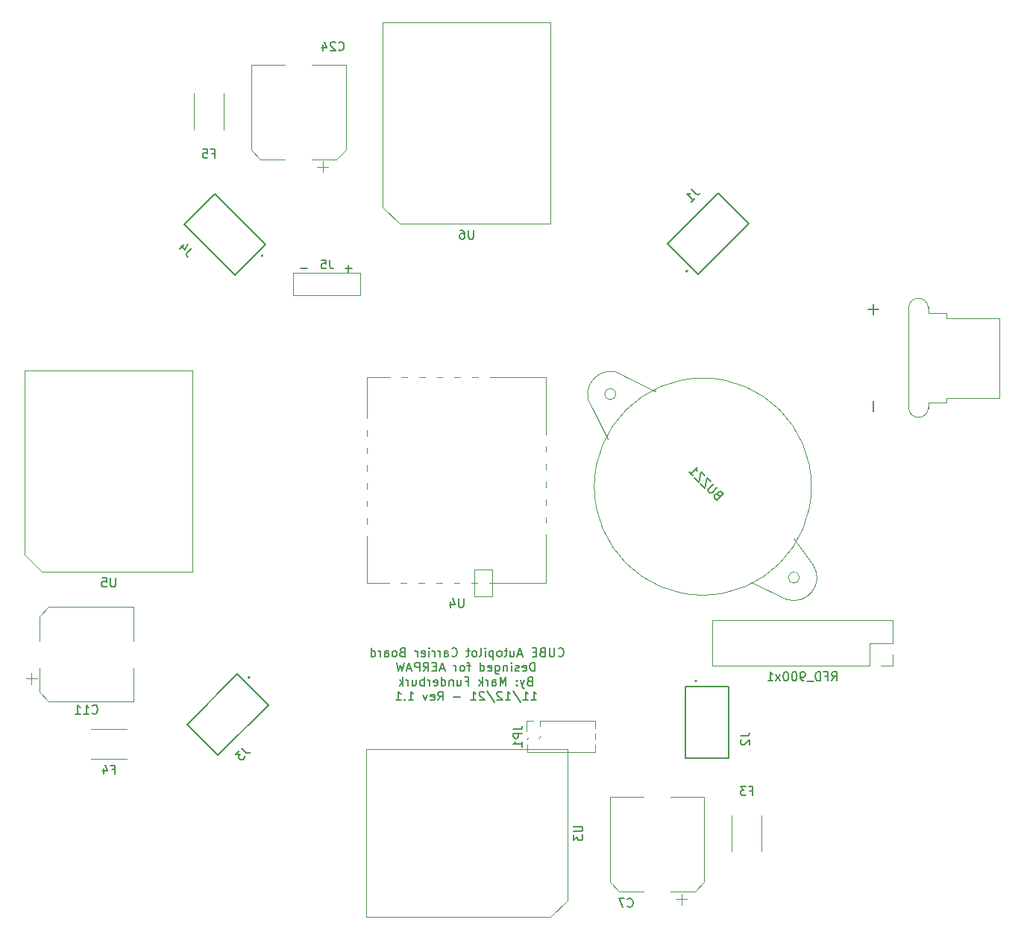
<source format=gbo>
%TF.GenerationSoftware,KiCad,Pcbnew,(5.1.12)-1*%
%TF.CreationDate,2021-12-15T00:56:12-05:00*%
%TF.ProjectId,P2_PowerSystem,50325f50-6f77-4657-9253-797374656d2e,rev?*%
%TF.SameCoordinates,Original*%
%TF.FileFunction,Legend,Bot*%
%TF.FilePolarity,Positive*%
%FSLAX46Y46*%
G04 Gerber Fmt 4.6, Leading zero omitted, Abs format (unit mm)*
G04 Created by KiCad (PCBNEW (5.1.12)-1) date 2021-12-15 00:56:12*
%MOMM*%
%LPD*%
G01*
G04 APERTURE LIST*
%ADD10C,0.150000*%
%ADD11C,0.120000*%
%ADD12C,0.200000*%
%ADD13O,1.000000X1.000000*%
%ADD14R,1.000000X1.000000*%
%ADD15R,1.700000X1.700000*%
%ADD16O,1.700000X1.700000*%
%ADD17C,4.000000*%
%ADD18C,3.500000*%
%ADD19R,3.500000X3.500000*%
%ADD20C,1.400000*%
%ADD21C,1.420000*%
%ADD22C,1.524000*%
%ADD23C,1.440000*%
%ADD24C,5.600000*%
%ADD25R,1.270000X1.778000*%
%ADD26C,2.200000*%
%ADD27C,0.100000*%
%ADD28C,1.370000*%
%ADD29R,1.370000X1.370000*%
%ADD30C,3.700000*%
%ADD31C,2.500000*%
G04 APERTURE END LIST*
D10*
X230170333Y-140565142D02*
X230217952Y-140612761D01*
X230360809Y-140660380D01*
X230456047Y-140660380D01*
X230598904Y-140612761D01*
X230694142Y-140517523D01*
X230741761Y-140422285D01*
X230789380Y-140231809D01*
X230789380Y-140088952D01*
X230741761Y-139898476D01*
X230694142Y-139803238D01*
X230598904Y-139708000D01*
X230456047Y-139660380D01*
X230360809Y-139660380D01*
X230217952Y-139708000D01*
X230170333Y-139755619D01*
X229741761Y-139660380D02*
X229741761Y-140469904D01*
X229694142Y-140565142D01*
X229646523Y-140612761D01*
X229551285Y-140660380D01*
X229360809Y-140660380D01*
X229265571Y-140612761D01*
X229217952Y-140565142D01*
X229170333Y-140469904D01*
X229170333Y-139660380D01*
X228360809Y-140136571D02*
X228217952Y-140184190D01*
X228170333Y-140231809D01*
X228122714Y-140327047D01*
X228122714Y-140469904D01*
X228170333Y-140565142D01*
X228217952Y-140612761D01*
X228313190Y-140660380D01*
X228694142Y-140660380D01*
X228694142Y-139660380D01*
X228360809Y-139660380D01*
X228265571Y-139708000D01*
X228217952Y-139755619D01*
X228170333Y-139850857D01*
X228170333Y-139946095D01*
X228217952Y-140041333D01*
X228265571Y-140088952D01*
X228360809Y-140136571D01*
X228694142Y-140136571D01*
X227694142Y-140136571D02*
X227360809Y-140136571D01*
X227217952Y-140660380D02*
X227694142Y-140660380D01*
X227694142Y-139660380D01*
X227217952Y-139660380D01*
X226075095Y-140374666D02*
X225598904Y-140374666D01*
X226170333Y-140660380D02*
X225837000Y-139660380D01*
X225503666Y-140660380D01*
X224741761Y-139993714D02*
X224741761Y-140660380D01*
X225170333Y-139993714D02*
X225170333Y-140517523D01*
X225122714Y-140612761D01*
X225027476Y-140660380D01*
X224884619Y-140660380D01*
X224789380Y-140612761D01*
X224741761Y-140565142D01*
X224408428Y-139993714D02*
X224027476Y-139993714D01*
X224265571Y-139660380D02*
X224265571Y-140517523D01*
X224217952Y-140612761D01*
X224122714Y-140660380D01*
X224027476Y-140660380D01*
X223551285Y-140660380D02*
X223646523Y-140612761D01*
X223694142Y-140565142D01*
X223741761Y-140469904D01*
X223741761Y-140184190D01*
X223694142Y-140088952D01*
X223646523Y-140041333D01*
X223551285Y-139993714D01*
X223408428Y-139993714D01*
X223313190Y-140041333D01*
X223265571Y-140088952D01*
X223217952Y-140184190D01*
X223217952Y-140469904D01*
X223265571Y-140565142D01*
X223313190Y-140612761D01*
X223408428Y-140660380D01*
X223551285Y-140660380D01*
X222789380Y-139993714D02*
X222789380Y-140993714D01*
X222789380Y-140041333D02*
X222694142Y-139993714D01*
X222503666Y-139993714D01*
X222408428Y-140041333D01*
X222360809Y-140088952D01*
X222313190Y-140184190D01*
X222313190Y-140469904D01*
X222360809Y-140565142D01*
X222408428Y-140612761D01*
X222503666Y-140660380D01*
X222694142Y-140660380D01*
X222789380Y-140612761D01*
X221884619Y-140660380D02*
X221884619Y-139993714D01*
X221884619Y-139660380D02*
X221932238Y-139708000D01*
X221884619Y-139755619D01*
X221837000Y-139708000D01*
X221884619Y-139660380D01*
X221884619Y-139755619D01*
X221265571Y-140660380D02*
X221360809Y-140612761D01*
X221408428Y-140517523D01*
X221408428Y-139660380D01*
X220741761Y-140660380D02*
X220837000Y-140612761D01*
X220884619Y-140565142D01*
X220932238Y-140469904D01*
X220932238Y-140184190D01*
X220884619Y-140088952D01*
X220837000Y-140041333D01*
X220741761Y-139993714D01*
X220598904Y-139993714D01*
X220503666Y-140041333D01*
X220456047Y-140088952D01*
X220408428Y-140184190D01*
X220408428Y-140469904D01*
X220456047Y-140565142D01*
X220503666Y-140612761D01*
X220598904Y-140660380D01*
X220741761Y-140660380D01*
X220122714Y-139993714D02*
X219741761Y-139993714D01*
X219979857Y-139660380D02*
X219979857Y-140517523D01*
X219932238Y-140612761D01*
X219837000Y-140660380D01*
X219741761Y-140660380D01*
X218075095Y-140565142D02*
X218122714Y-140612761D01*
X218265571Y-140660380D01*
X218360809Y-140660380D01*
X218503666Y-140612761D01*
X218598904Y-140517523D01*
X218646523Y-140422285D01*
X218694142Y-140231809D01*
X218694142Y-140088952D01*
X218646523Y-139898476D01*
X218598904Y-139803238D01*
X218503666Y-139708000D01*
X218360809Y-139660380D01*
X218265571Y-139660380D01*
X218122714Y-139708000D01*
X218075095Y-139755619D01*
X217217952Y-140660380D02*
X217217952Y-140136571D01*
X217265571Y-140041333D01*
X217360809Y-139993714D01*
X217551285Y-139993714D01*
X217646523Y-140041333D01*
X217217952Y-140612761D02*
X217313190Y-140660380D01*
X217551285Y-140660380D01*
X217646523Y-140612761D01*
X217694142Y-140517523D01*
X217694142Y-140422285D01*
X217646523Y-140327047D01*
X217551285Y-140279428D01*
X217313190Y-140279428D01*
X217217952Y-140231809D01*
X216741761Y-140660380D02*
X216741761Y-139993714D01*
X216741761Y-140184190D02*
X216694142Y-140088952D01*
X216646523Y-140041333D01*
X216551285Y-139993714D01*
X216456047Y-139993714D01*
X216122714Y-140660380D02*
X216122714Y-139993714D01*
X216122714Y-140184190D02*
X216075095Y-140088952D01*
X216027476Y-140041333D01*
X215932238Y-139993714D01*
X215837000Y-139993714D01*
X215503666Y-140660380D02*
X215503666Y-139993714D01*
X215503666Y-139660380D02*
X215551285Y-139708000D01*
X215503666Y-139755619D01*
X215456047Y-139708000D01*
X215503666Y-139660380D01*
X215503666Y-139755619D01*
X214646523Y-140612761D02*
X214741761Y-140660380D01*
X214932238Y-140660380D01*
X215027476Y-140612761D01*
X215075095Y-140517523D01*
X215075095Y-140136571D01*
X215027476Y-140041333D01*
X214932238Y-139993714D01*
X214741761Y-139993714D01*
X214646523Y-140041333D01*
X214598904Y-140136571D01*
X214598904Y-140231809D01*
X215075095Y-140327047D01*
X214170333Y-140660380D02*
X214170333Y-139993714D01*
X214170333Y-140184190D02*
X214122714Y-140088952D01*
X214075095Y-140041333D01*
X213979857Y-139993714D01*
X213884619Y-139993714D01*
X212456047Y-140136571D02*
X212313190Y-140184190D01*
X212265571Y-140231809D01*
X212217952Y-140327047D01*
X212217952Y-140469904D01*
X212265571Y-140565142D01*
X212313190Y-140612761D01*
X212408428Y-140660380D01*
X212789380Y-140660380D01*
X212789380Y-139660380D01*
X212456047Y-139660380D01*
X212360809Y-139708000D01*
X212313190Y-139755619D01*
X212265571Y-139850857D01*
X212265571Y-139946095D01*
X212313190Y-140041333D01*
X212360809Y-140088952D01*
X212456047Y-140136571D01*
X212789380Y-140136571D01*
X211646523Y-140660380D02*
X211741761Y-140612761D01*
X211789380Y-140565142D01*
X211837000Y-140469904D01*
X211837000Y-140184190D01*
X211789380Y-140088952D01*
X211741761Y-140041333D01*
X211646523Y-139993714D01*
X211503666Y-139993714D01*
X211408428Y-140041333D01*
X211360809Y-140088952D01*
X211313190Y-140184190D01*
X211313190Y-140469904D01*
X211360809Y-140565142D01*
X211408428Y-140612761D01*
X211503666Y-140660380D01*
X211646523Y-140660380D01*
X210456047Y-140660380D02*
X210456047Y-140136571D01*
X210503666Y-140041333D01*
X210598904Y-139993714D01*
X210789380Y-139993714D01*
X210884619Y-140041333D01*
X210456047Y-140612761D02*
X210551285Y-140660380D01*
X210789380Y-140660380D01*
X210884619Y-140612761D01*
X210932238Y-140517523D01*
X210932238Y-140422285D01*
X210884619Y-140327047D01*
X210789380Y-140279428D01*
X210551285Y-140279428D01*
X210456047Y-140231809D01*
X209979857Y-140660380D02*
X209979857Y-139993714D01*
X209979857Y-140184190D02*
X209932238Y-140088952D01*
X209884619Y-140041333D01*
X209789380Y-139993714D01*
X209694142Y-139993714D01*
X208932238Y-140660380D02*
X208932238Y-139660380D01*
X208932238Y-140612761D02*
X209027476Y-140660380D01*
X209217952Y-140660380D01*
X209313190Y-140612761D01*
X209360809Y-140565142D01*
X209408428Y-140469904D01*
X209408428Y-140184190D01*
X209360809Y-140088952D01*
X209313190Y-140041333D01*
X209217952Y-139993714D01*
X209027476Y-139993714D01*
X208932238Y-140041333D01*
X227519523Y-142312380D02*
X227519523Y-141312380D01*
X227281428Y-141312380D01*
X227138571Y-141360000D01*
X227043333Y-141455238D01*
X226995714Y-141550476D01*
X226948095Y-141740952D01*
X226948095Y-141883809D01*
X226995714Y-142074285D01*
X227043333Y-142169523D01*
X227138571Y-142264761D01*
X227281428Y-142312380D01*
X227519523Y-142312380D01*
X226138571Y-142264761D02*
X226233809Y-142312380D01*
X226424285Y-142312380D01*
X226519523Y-142264761D01*
X226567142Y-142169523D01*
X226567142Y-141788571D01*
X226519523Y-141693333D01*
X226424285Y-141645714D01*
X226233809Y-141645714D01*
X226138571Y-141693333D01*
X226090952Y-141788571D01*
X226090952Y-141883809D01*
X226567142Y-141979047D01*
X225710000Y-142264761D02*
X225614761Y-142312380D01*
X225424285Y-142312380D01*
X225329047Y-142264761D01*
X225281428Y-142169523D01*
X225281428Y-142121904D01*
X225329047Y-142026666D01*
X225424285Y-141979047D01*
X225567142Y-141979047D01*
X225662380Y-141931428D01*
X225710000Y-141836190D01*
X225710000Y-141788571D01*
X225662380Y-141693333D01*
X225567142Y-141645714D01*
X225424285Y-141645714D01*
X225329047Y-141693333D01*
X224852857Y-142312380D02*
X224852857Y-141645714D01*
X224852857Y-141312380D02*
X224900476Y-141360000D01*
X224852857Y-141407619D01*
X224805238Y-141360000D01*
X224852857Y-141312380D01*
X224852857Y-141407619D01*
X224376666Y-141645714D02*
X224376666Y-142312380D01*
X224376666Y-141740952D02*
X224329047Y-141693333D01*
X224233809Y-141645714D01*
X224090952Y-141645714D01*
X223995714Y-141693333D01*
X223948095Y-141788571D01*
X223948095Y-142312380D01*
X223043333Y-141645714D02*
X223043333Y-142455238D01*
X223090952Y-142550476D01*
X223138571Y-142598095D01*
X223233809Y-142645714D01*
X223376666Y-142645714D01*
X223471904Y-142598095D01*
X223043333Y-142264761D02*
X223138571Y-142312380D01*
X223329047Y-142312380D01*
X223424285Y-142264761D01*
X223471904Y-142217142D01*
X223519523Y-142121904D01*
X223519523Y-141836190D01*
X223471904Y-141740952D01*
X223424285Y-141693333D01*
X223329047Y-141645714D01*
X223138571Y-141645714D01*
X223043333Y-141693333D01*
X222186190Y-142264761D02*
X222281428Y-142312380D01*
X222471904Y-142312380D01*
X222567142Y-142264761D01*
X222614761Y-142169523D01*
X222614761Y-141788571D01*
X222567142Y-141693333D01*
X222471904Y-141645714D01*
X222281428Y-141645714D01*
X222186190Y-141693333D01*
X222138571Y-141788571D01*
X222138571Y-141883809D01*
X222614761Y-141979047D01*
X221281428Y-142312380D02*
X221281428Y-141312380D01*
X221281428Y-142264761D02*
X221376666Y-142312380D01*
X221567142Y-142312380D01*
X221662380Y-142264761D01*
X221710000Y-142217142D01*
X221757619Y-142121904D01*
X221757619Y-141836190D01*
X221710000Y-141740952D01*
X221662380Y-141693333D01*
X221567142Y-141645714D01*
X221376666Y-141645714D01*
X221281428Y-141693333D01*
X220186190Y-141645714D02*
X219805238Y-141645714D01*
X220043333Y-142312380D02*
X220043333Y-141455238D01*
X219995714Y-141360000D01*
X219900476Y-141312380D01*
X219805238Y-141312380D01*
X219329047Y-142312380D02*
X219424285Y-142264761D01*
X219471904Y-142217142D01*
X219519523Y-142121904D01*
X219519523Y-141836190D01*
X219471904Y-141740952D01*
X219424285Y-141693333D01*
X219329047Y-141645714D01*
X219186190Y-141645714D01*
X219090952Y-141693333D01*
X219043333Y-141740952D01*
X218995714Y-141836190D01*
X218995714Y-142121904D01*
X219043333Y-142217142D01*
X219090952Y-142264761D01*
X219186190Y-142312380D01*
X219329047Y-142312380D01*
X218567142Y-142312380D02*
X218567142Y-141645714D01*
X218567142Y-141836190D02*
X218519523Y-141740952D01*
X218471904Y-141693333D01*
X218376666Y-141645714D01*
X218281428Y-141645714D01*
X217233809Y-142026666D02*
X216757619Y-142026666D01*
X217329047Y-142312380D02*
X216995714Y-141312380D01*
X216662380Y-142312380D01*
X216329047Y-141788571D02*
X215995714Y-141788571D01*
X215852857Y-142312380D02*
X216329047Y-142312380D01*
X216329047Y-141312380D01*
X215852857Y-141312380D01*
X214852857Y-142312380D02*
X215186190Y-141836190D01*
X215424285Y-142312380D02*
X215424285Y-141312380D01*
X215043333Y-141312380D01*
X214948095Y-141360000D01*
X214900476Y-141407619D01*
X214852857Y-141502857D01*
X214852857Y-141645714D01*
X214900476Y-141740952D01*
X214948095Y-141788571D01*
X215043333Y-141836190D01*
X215424285Y-141836190D01*
X214424285Y-142312380D02*
X214424285Y-141312380D01*
X214043333Y-141312380D01*
X213948095Y-141360000D01*
X213900476Y-141407619D01*
X213852857Y-141502857D01*
X213852857Y-141645714D01*
X213900476Y-141740952D01*
X213948095Y-141788571D01*
X214043333Y-141836190D01*
X214424285Y-141836190D01*
X213471904Y-142026666D02*
X212995714Y-142026666D01*
X213567142Y-142312380D02*
X213233809Y-141312380D01*
X212900476Y-142312380D01*
X212662380Y-141312380D02*
X212424285Y-142312380D01*
X212233809Y-141598095D01*
X212043333Y-142312380D01*
X211805238Y-141312380D01*
X226900476Y-143438571D02*
X226757619Y-143486190D01*
X226710000Y-143533809D01*
X226662380Y-143629047D01*
X226662380Y-143771904D01*
X226710000Y-143867142D01*
X226757619Y-143914761D01*
X226852857Y-143962380D01*
X227233809Y-143962380D01*
X227233809Y-142962380D01*
X226900476Y-142962380D01*
X226805238Y-143010000D01*
X226757619Y-143057619D01*
X226710000Y-143152857D01*
X226710000Y-143248095D01*
X226757619Y-143343333D01*
X226805238Y-143390952D01*
X226900476Y-143438571D01*
X227233809Y-143438571D01*
X226329047Y-143295714D02*
X226090952Y-143962380D01*
X225852857Y-143295714D02*
X226090952Y-143962380D01*
X226186190Y-144200476D01*
X226233809Y-144248095D01*
X226329047Y-144295714D01*
X225471904Y-143867142D02*
X225424285Y-143914761D01*
X225471904Y-143962380D01*
X225519523Y-143914761D01*
X225471904Y-143867142D01*
X225471904Y-143962380D01*
X225471904Y-143343333D02*
X225424285Y-143390952D01*
X225471904Y-143438571D01*
X225519523Y-143390952D01*
X225471904Y-143343333D01*
X225471904Y-143438571D01*
X224233809Y-143962380D02*
X224233809Y-142962380D01*
X223900476Y-143676666D01*
X223567142Y-142962380D01*
X223567142Y-143962380D01*
X222662380Y-143962380D02*
X222662380Y-143438571D01*
X222710000Y-143343333D01*
X222805238Y-143295714D01*
X222995714Y-143295714D01*
X223090952Y-143343333D01*
X222662380Y-143914761D02*
X222757619Y-143962380D01*
X222995714Y-143962380D01*
X223090952Y-143914761D01*
X223138571Y-143819523D01*
X223138571Y-143724285D01*
X223090952Y-143629047D01*
X222995714Y-143581428D01*
X222757619Y-143581428D01*
X222662380Y-143533809D01*
X222186190Y-143962380D02*
X222186190Y-143295714D01*
X222186190Y-143486190D02*
X222138571Y-143390952D01*
X222090952Y-143343333D01*
X221995714Y-143295714D01*
X221900476Y-143295714D01*
X221567142Y-143962380D02*
X221567142Y-142962380D01*
X221471904Y-143581428D02*
X221186190Y-143962380D01*
X221186190Y-143295714D02*
X221567142Y-143676666D01*
X219662380Y-143438571D02*
X219995714Y-143438571D01*
X219995714Y-143962380D02*
X219995714Y-142962380D01*
X219519523Y-142962380D01*
X218710000Y-143295714D02*
X218710000Y-143962380D01*
X219138571Y-143295714D02*
X219138571Y-143819523D01*
X219090952Y-143914761D01*
X218995714Y-143962380D01*
X218852857Y-143962380D01*
X218757619Y-143914761D01*
X218710000Y-143867142D01*
X218233809Y-143295714D02*
X218233809Y-143962380D01*
X218233809Y-143390952D02*
X218186190Y-143343333D01*
X218090952Y-143295714D01*
X217948095Y-143295714D01*
X217852857Y-143343333D01*
X217805238Y-143438571D01*
X217805238Y-143962380D01*
X216900476Y-143962380D02*
X216900476Y-142962380D01*
X216900476Y-143914761D02*
X216995714Y-143962380D01*
X217186190Y-143962380D01*
X217281428Y-143914761D01*
X217329047Y-143867142D01*
X217376666Y-143771904D01*
X217376666Y-143486190D01*
X217329047Y-143390952D01*
X217281428Y-143343333D01*
X217186190Y-143295714D01*
X216995714Y-143295714D01*
X216900476Y-143343333D01*
X216043333Y-143914761D02*
X216138571Y-143962380D01*
X216329047Y-143962380D01*
X216424285Y-143914761D01*
X216471904Y-143819523D01*
X216471904Y-143438571D01*
X216424285Y-143343333D01*
X216329047Y-143295714D01*
X216138571Y-143295714D01*
X216043333Y-143343333D01*
X215995714Y-143438571D01*
X215995714Y-143533809D01*
X216471904Y-143629047D01*
X215567142Y-143962380D02*
X215567142Y-143295714D01*
X215567142Y-143486190D02*
X215519523Y-143390952D01*
X215471904Y-143343333D01*
X215376666Y-143295714D01*
X215281428Y-143295714D01*
X214948095Y-143962380D02*
X214948095Y-142962380D01*
X214948095Y-143343333D02*
X214852857Y-143295714D01*
X214662380Y-143295714D01*
X214567142Y-143343333D01*
X214519523Y-143390952D01*
X214471904Y-143486190D01*
X214471904Y-143771904D01*
X214519523Y-143867142D01*
X214567142Y-143914761D01*
X214662380Y-143962380D01*
X214852857Y-143962380D01*
X214948095Y-143914761D01*
X213614761Y-143295714D02*
X213614761Y-143962380D01*
X214043333Y-143295714D02*
X214043333Y-143819523D01*
X213995714Y-143914761D01*
X213900476Y-143962380D01*
X213757619Y-143962380D01*
X213662380Y-143914761D01*
X213614761Y-143867142D01*
X213138571Y-143962380D02*
X213138571Y-143295714D01*
X213138571Y-143486190D02*
X213090952Y-143390952D01*
X213043333Y-143343333D01*
X212948095Y-143295714D01*
X212852857Y-143295714D01*
X212519523Y-143962380D02*
X212519523Y-142962380D01*
X212424285Y-143581428D02*
X212138571Y-143962380D01*
X212138571Y-143295714D02*
X212519523Y-143676666D01*
X227114761Y-145612380D02*
X227686190Y-145612380D01*
X227400476Y-145612380D02*
X227400476Y-144612380D01*
X227495714Y-144755238D01*
X227590952Y-144850476D01*
X227686190Y-144898095D01*
X226162380Y-145612380D02*
X226733809Y-145612380D01*
X226448095Y-145612380D02*
X226448095Y-144612380D01*
X226543333Y-144755238D01*
X226638571Y-144850476D01*
X226733809Y-144898095D01*
X225019523Y-144564761D02*
X225876666Y-145850476D01*
X224162380Y-145612380D02*
X224733809Y-145612380D01*
X224448095Y-145612380D02*
X224448095Y-144612380D01*
X224543333Y-144755238D01*
X224638571Y-144850476D01*
X224733809Y-144898095D01*
X223781428Y-144707619D02*
X223733809Y-144660000D01*
X223638571Y-144612380D01*
X223400476Y-144612380D01*
X223305238Y-144660000D01*
X223257619Y-144707619D01*
X223210000Y-144802857D01*
X223210000Y-144898095D01*
X223257619Y-145040952D01*
X223829047Y-145612380D01*
X223210000Y-145612380D01*
X222067142Y-144564761D02*
X222924285Y-145850476D01*
X221781428Y-144707619D02*
X221733809Y-144660000D01*
X221638571Y-144612380D01*
X221400476Y-144612380D01*
X221305238Y-144660000D01*
X221257619Y-144707619D01*
X221210000Y-144802857D01*
X221210000Y-144898095D01*
X221257619Y-145040952D01*
X221829047Y-145612380D01*
X221210000Y-145612380D01*
X220257619Y-145612380D02*
X220829047Y-145612380D01*
X220543333Y-145612380D02*
X220543333Y-144612380D01*
X220638571Y-144755238D01*
X220733809Y-144850476D01*
X220829047Y-144898095D01*
X219067142Y-145231428D02*
X218305238Y-145231428D01*
X216495714Y-145612380D02*
X216829047Y-145136190D01*
X217067142Y-145612380D02*
X217067142Y-144612380D01*
X216686190Y-144612380D01*
X216590952Y-144660000D01*
X216543333Y-144707619D01*
X216495714Y-144802857D01*
X216495714Y-144945714D01*
X216543333Y-145040952D01*
X216590952Y-145088571D01*
X216686190Y-145136190D01*
X217067142Y-145136190D01*
X215686190Y-145564761D02*
X215781428Y-145612380D01*
X215971904Y-145612380D01*
X216067142Y-145564761D01*
X216114761Y-145469523D01*
X216114761Y-145088571D01*
X216067142Y-144993333D01*
X215971904Y-144945714D01*
X215781428Y-144945714D01*
X215686190Y-144993333D01*
X215638571Y-145088571D01*
X215638571Y-145183809D01*
X216114761Y-145279047D01*
X215305238Y-144945714D02*
X215067142Y-145612380D01*
X214829047Y-144945714D01*
X213162380Y-145612380D02*
X213733809Y-145612380D01*
X213448095Y-145612380D02*
X213448095Y-144612380D01*
X213543333Y-144755238D01*
X213638571Y-144850476D01*
X213733809Y-144898095D01*
X212733809Y-145517142D02*
X212686190Y-145564761D01*
X212733809Y-145612380D01*
X212781428Y-145564761D01*
X212733809Y-145517142D01*
X212733809Y-145612380D01*
X211733809Y-145612380D02*
X212305238Y-145612380D01*
X212019523Y-145612380D02*
X212019523Y-144612380D01*
X212114761Y-144755238D01*
X212210000Y-144850476D01*
X212305238Y-144898095D01*
X201675952Y-96591428D02*
X200914047Y-96591428D01*
X206755952Y-96591428D02*
X205994047Y-96591428D01*
X206375000Y-96972380D02*
X206375000Y-96210476D01*
D11*
%TO.C,JP1*%
X234375000Y-147968000D02*
X234375000Y-148790470D01*
X234375000Y-150675530D02*
X234375000Y-151498000D01*
X234375000Y-149405530D02*
X234375000Y-150060470D01*
X228090000Y-147968000D02*
X234375000Y-147968000D01*
X226635000Y-151498000D02*
X234375000Y-151498000D01*
X228090000Y-147968000D02*
X228090000Y-148534529D01*
X228090000Y-149661471D02*
X228090000Y-149804529D01*
X228036529Y-149858000D02*
X227893471Y-149858000D01*
X226766529Y-149858000D02*
X226635000Y-149858000D01*
X226635000Y-149858000D02*
X226635000Y-150060470D01*
X226635000Y-150675530D02*
X226635000Y-151498000D01*
X227330000Y-147968000D02*
X226570000Y-147968000D01*
X226570000Y-147968000D02*
X226570000Y-149098000D01*
%TO.C,RFD_900x1*%
X247670000Y-141724434D02*
X247670000Y-136524434D01*
X265510000Y-141724434D02*
X247670000Y-141724434D01*
X268110000Y-136524434D02*
X247670000Y-136524434D01*
X265510000Y-141724434D02*
X265510000Y-139124434D01*
X265510000Y-139124434D02*
X268110000Y-139124434D01*
X268110000Y-139124434D02*
X268110000Y-136524434D01*
X266780000Y-141724434D02*
X268110000Y-141724434D01*
X268110000Y-141724434D02*
X268110000Y-140394434D01*
%TO.C,J6*%
X280225000Y-111250000D02*
X274225000Y-111250000D01*
X280225000Y-111250000D02*
X280225000Y-102220000D01*
X280225000Y-102190000D02*
X274225000Y-102190000D01*
X274225000Y-102190000D02*
X274225000Y-101660000D01*
X274225000Y-101660000D02*
X272175000Y-101660000D01*
X272175000Y-101660000D02*
X272175000Y-100960000D01*
X272175000Y-112480000D02*
X272175000Y-111780000D01*
X274225000Y-111780000D02*
X272175000Y-111780000D01*
X269955000Y-112480000D02*
X269955000Y-100960000D01*
X274225000Y-111780000D02*
X274225000Y-111250000D01*
X272175000Y-101070000D02*
G75*
G03*
X269955000Y-101070000I-1110000J0D01*
G01*
X269968365Y-112541729D02*
G75*
G03*
X272175000Y-112370000I1096635J171729D01*
G01*
%TO.C,C24*%
X204067860Y-85020880D02*
X202817860Y-85020880D01*
X203442860Y-85645880D02*
X203442860Y-84395880D01*
X196387297Y-84155880D02*
X195322860Y-83091443D01*
X204978423Y-84155880D02*
X206042860Y-83091443D01*
X204978423Y-84155880D02*
X202192860Y-84155880D01*
X196387297Y-84155880D02*
X199172860Y-84155880D01*
X195322860Y-83091443D02*
X195322860Y-73435880D01*
X206042860Y-83091443D02*
X206042860Y-73435880D01*
X206042860Y-73435880D02*
X202192860Y-73435880D01*
X195322860Y-73435880D02*
X199172860Y-73435880D01*
%TO.C,C11*%
X170385000Y-143779434D02*
X170385000Y-142529434D01*
X169760000Y-143154434D02*
X171010000Y-143154434D01*
X171250000Y-136098871D02*
X172314437Y-135034434D01*
X171250000Y-144689997D02*
X172314437Y-145754434D01*
X171250000Y-144689997D02*
X171250000Y-141904434D01*
X171250000Y-136098871D02*
X171250000Y-138884434D01*
X172314437Y-135034434D02*
X181970000Y-135034434D01*
X172314437Y-145754434D02*
X181970000Y-145754434D01*
X181970000Y-145754434D02*
X181970000Y-141904434D01*
X181970000Y-135034434D02*
X181970000Y-138884434D01*
%TO.C,C7*%
X244765000Y-168209434D02*
X243515000Y-168209434D01*
X244140000Y-168834434D02*
X244140000Y-167584434D01*
X237084437Y-167344434D02*
X236020000Y-166279997D01*
X245675563Y-167344434D02*
X246740000Y-166279997D01*
X245675563Y-167344434D02*
X242890000Y-167344434D01*
X237084437Y-167344434D02*
X239870000Y-167344434D01*
X236020000Y-166279997D02*
X236020000Y-156624434D01*
X246740000Y-166279997D02*
X246740000Y-156624434D01*
X246740000Y-156624434D02*
X242890000Y-156624434D01*
X236020000Y-156624434D02*
X239870000Y-156624434D01*
%TO.C,BUZZ1*%
X259159357Y-130324690D02*
X256914295Y-127181600D01*
X256144329Y-134174121D02*
X252064956Y-132210544D01*
X234014643Y-112364178D02*
X235810693Y-115956280D01*
X237606742Y-108772075D02*
X241198846Y-110568127D01*
X236715100Y-110837534D02*
G75*
G03*
X236715100Y-110837534I-635000J0D01*
G01*
X257549294Y-131671729D02*
G75*
G03*
X257549294Y-131671729I-634999J0D01*
G01*
X258916470Y-121344434D02*
G75*
G03*
X258916470Y-121344434I-12329470J0D01*
G01*
X237606742Y-108772075D02*
G75*
G03*
X234014643Y-112364178I-1526642J-2065459D01*
G01*
X256144329Y-134174122D02*
G75*
G03*
X259159357Y-130324690I769966J2502393D01*
G01*
%TO.C,J5*%
X200105000Y-97087434D02*
X200105000Y-99627434D01*
X207725000Y-97087434D02*
X200105000Y-97087434D01*
X207725000Y-99627434D02*
X207725000Y-97087434D01*
X200105000Y-99627434D02*
X207725000Y-99627434D01*
%TO.C,U4*%
X222711000Y-130742434D02*
X222711000Y-133790434D01*
X220679000Y-130742434D02*
X222711000Y-130742434D01*
X220679000Y-133790434D02*
X220679000Y-130742434D01*
X222711000Y-133790434D02*
X220679000Y-133790434D01*
X208487000Y-132266434D02*
X228807000Y-132266434D01*
X208487000Y-108898434D02*
X208487000Y-132266434D01*
X228807000Y-108898434D02*
X208487000Y-108898434D01*
X228807000Y-132266434D02*
X228807000Y-108898434D01*
D12*
%TO.C,J4*%
X191221863Y-88059730D02*
X187721685Y-91559909D01*
X193470463Y-97308687D02*
X196970642Y-93808508D01*
X193470463Y-97308687D02*
X187721685Y-91559909D01*
X196970642Y-93808508D02*
X191221863Y-88059730D01*
X196678197Y-95120191D02*
G75*
G03*
X196678197Y-95120191I-100000J0D01*
G01*
%TO.C,J3*%
X188008976Y-148386031D02*
X191509155Y-151886209D01*
X197257933Y-146137431D02*
X193757754Y-142637252D01*
X197257933Y-146137431D02*
X191509155Y-151886209D01*
X193757754Y-142637252D02*
X188008976Y-148386031D01*
X195169437Y-143029697D02*
G75*
G03*
X195169437Y-143029697I-100000J0D01*
G01*
%TO.C,J2*%
X244584440Y-152178494D02*
X249534440Y-152178494D01*
X249534440Y-144048494D02*
X244584440Y-144048494D01*
X249534440Y-144048494D02*
X249534440Y-152178494D01*
X244584440Y-144048494D02*
X244584440Y-152178494D01*
X245889440Y-143398494D02*
G75*
G03*
X245889440Y-143398494I-100000J0D01*
G01*
%TO.C,J1*%
X251804704Y-91506297D02*
X248304525Y-88006119D01*
X242555747Y-93754897D02*
X246055926Y-97255076D01*
X242555747Y-93754897D02*
X248304525Y-88006119D01*
X246055926Y-97255076D02*
X251804704Y-91506297D01*
X244844243Y-96862631D02*
G75*
G03*
X244844243Y-96862631I-100000J0D01*
G01*
D11*
%TO.C,U6*%
X212170000Y-91499434D02*
X210265000Y-89594434D01*
X229315000Y-68639434D02*
X229315000Y-91499434D01*
X210265000Y-68639434D02*
X229315000Y-68639434D01*
X210265000Y-89594434D02*
X210265000Y-68639434D01*
X229315000Y-91499434D02*
X212170000Y-91499434D01*
%TO.C,U5*%
X171530000Y-130996434D02*
X169625000Y-129091434D01*
X188675000Y-108136434D02*
X188675000Y-130996434D01*
X169625000Y-108136434D02*
X188675000Y-108136434D01*
X169625000Y-129091434D02*
X169625000Y-108136434D01*
X188675000Y-130996434D02*
X171530000Y-130996434D01*
%TO.C,U3*%
X231220000Y-168334434D02*
X229315000Y-170239434D01*
X208360000Y-151189434D02*
X231220000Y-151189434D01*
X208360000Y-170239434D02*
X208360000Y-151189434D01*
X229315000Y-170239434D02*
X208360000Y-170239434D01*
X231220000Y-151189434D02*
X231220000Y-168334434D01*
%TO.C,F5*%
X188790000Y-80792064D02*
X188790000Y-76687936D01*
X192210000Y-80792064D02*
X192210000Y-76687936D01*
%TO.C,F4*%
X181202064Y-152264434D02*
X177097936Y-152264434D01*
X181202064Y-148844434D02*
X177097936Y-148844434D01*
%TO.C,F3*%
X253250000Y-158662370D02*
X253250000Y-162766498D01*
X249830000Y-158662370D02*
X249830000Y-162766498D01*
%TO.C,JP1*%
D10*
X225087380Y-148899666D02*
X225801666Y-148899666D01*
X225944523Y-148852047D01*
X226039761Y-148756809D01*
X226087380Y-148613952D01*
X226087380Y-148518714D01*
X226087380Y-149375857D02*
X225087380Y-149375857D01*
X225087380Y-149756809D01*
X225135000Y-149852047D01*
X225182619Y-149899666D01*
X225277857Y-149947285D01*
X225420714Y-149947285D01*
X225515952Y-149899666D01*
X225563571Y-149852047D01*
X225611190Y-149756809D01*
X225611190Y-149375857D01*
X226087380Y-150899666D02*
X226087380Y-150328238D01*
X226087380Y-150613952D02*
X225087380Y-150613952D01*
X225230238Y-150518714D01*
X225325476Y-150423476D01*
X225373095Y-150328238D01*
%TO.C,RFD_900x1*%
X261199523Y-143386814D02*
X261532857Y-142910624D01*
X261770952Y-143386814D02*
X261770952Y-142386814D01*
X261390000Y-142386814D01*
X261294761Y-142434434D01*
X261247142Y-142482053D01*
X261199523Y-142577291D01*
X261199523Y-142720148D01*
X261247142Y-142815386D01*
X261294761Y-142863005D01*
X261390000Y-142910624D01*
X261770952Y-142910624D01*
X260437619Y-142863005D02*
X260770952Y-142863005D01*
X260770952Y-143386814D02*
X260770952Y-142386814D01*
X260294761Y-142386814D01*
X259913809Y-143386814D02*
X259913809Y-142386814D01*
X259675714Y-142386814D01*
X259532857Y-142434434D01*
X259437619Y-142529672D01*
X259390000Y-142624910D01*
X259342380Y-142815386D01*
X259342380Y-142958243D01*
X259390000Y-143148719D01*
X259437619Y-143243957D01*
X259532857Y-143339195D01*
X259675714Y-143386814D01*
X259913809Y-143386814D01*
X259151904Y-143482053D02*
X258390000Y-143482053D01*
X258104285Y-143386814D02*
X257913809Y-143386814D01*
X257818571Y-143339195D01*
X257770952Y-143291576D01*
X257675714Y-143148719D01*
X257628095Y-142958243D01*
X257628095Y-142577291D01*
X257675714Y-142482053D01*
X257723333Y-142434434D01*
X257818571Y-142386814D01*
X258009047Y-142386814D01*
X258104285Y-142434434D01*
X258151904Y-142482053D01*
X258199523Y-142577291D01*
X258199523Y-142815386D01*
X258151904Y-142910624D01*
X258104285Y-142958243D01*
X258009047Y-143005862D01*
X257818571Y-143005862D01*
X257723333Y-142958243D01*
X257675714Y-142910624D01*
X257628095Y-142815386D01*
X257009047Y-142386814D02*
X256913809Y-142386814D01*
X256818571Y-142434434D01*
X256770952Y-142482053D01*
X256723333Y-142577291D01*
X256675714Y-142767767D01*
X256675714Y-143005862D01*
X256723333Y-143196338D01*
X256770952Y-143291576D01*
X256818571Y-143339195D01*
X256913809Y-143386814D01*
X257009047Y-143386814D01*
X257104285Y-143339195D01*
X257151904Y-143291576D01*
X257199523Y-143196338D01*
X257247142Y-143005862D01*
X257247142Y-142767767D01*
X257199523Y-142577291D01*
X257151904Y-142482053D01*
X257104285Y-142434434D01*
X257009047Y-142386814D01*
X256056666Y-142386814D02*
X255961428Y-142386814D01*
X255866190Y-142434434D01*
X255818571Y-142482053D01*
X255770952Y-142577291D01*
X255723333Y-142767767D01*
X255723333Y-143005862D01*
X255770952Y-143196338D01*
X255818571Y-143291576D01*
X255866190Y-143339195D01*
X255961428Y-143386814D01*
X256056666Y-143386814D01*
X256151904Y-143339195D01*
X256199523Y-143291576D01*
X256247142Y-143196338D01*
X256294761Y-143005862D01*
X256294761Y-142767767D01*
X256247142Y-142577291D01*
X256199523Y-142482053D01*
X256151904Y-142434434D01*
X256056666Y-142386814D01*
X255390000Y-143386814D02*
X254866190Y-142720148D01*
X255390000Y-142720148D02*
X254866190Y-143386814D01*
X253961428Y-143386814D02*
X254532857Y-143386814D01*
X254247142Y-143386814D02*
X254247142Y-142386814D01*
X254342380Y-142529672D01*
X254437619Y-142624910D01*
X254532857Y-142672529D01*
%TO.C,J6*%
X265957857Y-112791428D02*
X265957857Y-111648571D01*
X265957857Y-101791428D02*
X265957857Y-100648571D01*
X265386428Y-101220000D02*
X266529285Y-101220000D01*
%TO.C,C24*%
X205239857Y-71731142D02*
X205287476Y-71778761D01*
X205430333Y-71826380D01*
X205525571Y-71826380D01*
X205668428Y-71778761D01*
X205763666Y-71683523D01*
X205811285Y-71588285D01*
X205858904Y-71397809D01*
X205858904Y-71254952D01*
X205811285Y-71064476D01*
X205763666Y-70969238D01*
X205668428Y-70874000D01*
X205525571Y-70826380D01*
X205430333Y-70826380D01*
X205287476Y-70874000D01*
X205239857Y-70921619D01*
X204858904Y-70921619D02*
X204811285Y-70874000D01*
X204716047Y-70826380D01*
X204477952Y-70826380D01*
X204382714Y-70874000D01*
X204335095Y-70921619D01*
X204287476Y-71016857D01*
X204287476Y-71112095D01*
X204335095Y-71254952D01*
X204906523Y-71826380D01*
X204287476Y-71826380D01*
X203430333Y-71159714D02*
X203430333Y-71826380D01*
X203668428Y-70778761D02*
X203906523Y-71493047D01*
X203287476Y-71493047D01*
%TO.C,C11*%
X177252857Y-147051576D02*
X177300476Y-147099195D01*
X177443333Y-147146814D01*
X177538571Y-147146814D01*
X177681428Y-147099195D01*
X177776666Y-147003957D01*
X177824285Y-146908719D01*
X177871904Y-146718243D01*
X177871904Y-146575386D01*
X177824285Y-146384910D01*
X177776666Y-146289672D01*
X177681428Y-146194434D01*
X177538571Y-146146814D01*
X177443333Y-146146814D01*
X177300476Y-146194434D01*
X177252857Y-146242053D01*
X176300476Y-147146814D02*
X176871904Y-147146814D01*
X176586190Y-147146814D02*
X176586190Y-146146814D01*
X176681428Y-146289672D01*
X176776666Y-146384910D01*
X176871904Y-146432529D01*
X175348095Y-147146814D02*
X175919523Y-147146814D01*
X175633809Y-147146814D02*
X175633809Y-146146814D01*
X175729047Y-146289672D01*
X175824285Y-146384910D01*
X175919523Y-146432529D01*
%TO.C,C7*%
X238037666Y-169013142D02*
X238085285Y-169060761D01*
X238228142Y-169108380D01*
X238323380Y-169108380D01*
X238466238Y-169060761D01*
X238561476Y-168965523D01*
X238609095Y-168870285D01*
X238656714Y-168679809D01*
X238656714Y-168536952D01*
X238609095Y-168346476D01*
X238561476Y-168251238D01*
X238466238Y-168156000D01*
X238323380Y-168108380D01*
X238228142Y-168108380D01*
X238085285Y-168156000D01*
X238037666Y-168203619D01*
X237704333Y-168108380D02*
X237037666Y-168108380D01*
X237466238Y-169108380D01*
%TO.C,BUZZ1*%
X248321094Y-122270407D02*
X248186407Y-122203064D01*
X248119064Y-122203064D01*
X248018049Y-122236735D01*
X247917033Y-122337751D01*
X247883362Y-122438766D01*
X247883362Y-122506109D01*
X247917033Y-122607125D01*
X248186407Y-122876499D01*
X248893514Y-122169392D01*
X248657812Y-121933690D01*
X248556797Y-121900018D01*
X248489453Y-121900018D01*
X248388438Y-121933690D01*
X248321094Y-122001033D01*
X248287423Y-122102048D01*
X248287423Y-122169392D01*
X248321094Y-122270407D01*
X248556797Y-122506109D01*
X248186407Y-121462285D02*
X247613988Y-122034705D01*
X247512972Y-122068377D01*
X247445629Y-122068377D01*
X247344614Y-122034705D01*
X247209927Y-121900018D01*
X247176255Y-121799003D01*
X247176255Y-121731659D01*
X247209927Y-121630644D01*
X247782346Y-121058224D01*
X247512972Y-120788850D02*
X247041568Y-120317445D01*
X246805865Y-121495957D01*
X246334461Y-121024552D01*
X246839537Y-120115415D02*
X246368133Y-119644010D01*
X246132430Y-120822522D01*
X245661026Y-120351117D01*
X245021263Y-119711354D02*
X245425324Y-120115415D01*
X245223293Y-119913384D02*
X245930400Y-119206278D01*
X245896728Y-119374636D01*
X245896728Y-119509323D01*
X245930400Y-119610339D01*
%TO.C,J5*%
X204248333Y-95591380D02*
X204248333Y-96305666D01*
X204295952Y-96448523D01*
X204391190Y-96543761D01*
X204534047Y-96591380D01*
X204629285Y-96591380D01*
X203295952Y-95591380D02*
X203772142Y-95591380D01*
X203819761Y-96067571D01*
X203772142Y-96019952D01*
X203676904Y-95972333D01*
X203438809Y-95972333D01*
X203343571Y-96019952D01*
X203295952Y-96067571D01*
X203248333Y-96162809D01*
X203248333Y-96400904D01*
X203295952Y-96496142D01*
X203343571Y-96543761D01*
X203438809Y-96591380D01*
X203676904Y-96591380D01*
X203772142Y-96543761D01*
X203819761Y-96496142D01*
%TO.C,U4*%
X219430504Y-134046980D02*
X219430504Y-134856504D01*
X219382885Y-134951742D01*
X219335266Y-134999361D01*
X219240028Y-135046980D01*
X219049552Y-135046980D01*
X218954314Y-134999361D01*
X218906695Y-134951742D01*
X218859076Y-134856504D01*
X218859076Y-134046980D01*
X217954314Y-134380314D02*
X217954314Y-135046980D01*
X218192409Y-133999361D02*
X218430504Y-134713647D01*
X217811457Y-134713647D01*
%TO.C,J4*%
X188549673Y-94279239D02*
X188044597Y-94784315D01*
X187977253Y-94919002D01*
X187977253Y-95053689D01*
X188044597Y-95188376D01*
X188111940Y-95255719D01*
X187674207Y-93875178D02*
X187202803Y-94346582D01*
X188111940Y-93774162D02*
X187775223Y-94447597D01*
X187337490Y-94009865D01*
%TO.C,J3*%
X194228485Y-151058220D02*
X194733561Y-151563296D01*
X194868248Y-151630640D01*
X195002935Y-151630640D01*
X195137622Y-151563296D01*
X195204965Y-151495953D01*
X193959111Y-151327594D02*
X193521378Y-151765327D01*
X194026454Y-151798999D01*
X193925439Y-151900014D01*
X193891767Y-152001029D01*
X193891767Y-152068373D01*
X193925439Y-152169388D01*
X194093798Y-152337747D01*
X194194813Y-152371418D01*
X194262156Y-152371418D01*
X194363172Y-152337747D01*
X194565202Y-152135716D01*
X194598874Y-152034701D01*
X194598874Y-151967357D01*
%TO.C,J2*%
X250871820Y-149670160D02*
X251586106Y-149670160D01*
X251728963Y-149622541D01*
X251824201Y-149527303D01*
X251871820Y-149384446D01*
X251871820Y-149289208D01*
X250967059Y-150098732D02*
X250919440Y-150146351D01*
X250871820Y-150241589D01*
X250871820Y-150479684D01*
X250919440Y-150574922D01*
X250967059Y-150622541D01*
X251062297Y-150670160D01*
X251157535Y-150670160D01*
X251300392Y-150622541D01*
X251871820Y-150051113D01*
X251871820Y-150670160D01*
%TO.C,J1*%
X245282149Y-87588252D02*
X245787225Y-88093328D01*
X245921912Y-88160672D01*
X246056599Y-88160672D01*
X246191286Y-88093328D01*
X246258629Y-88025985D01*
X245282149Y-89002466D02*
X245686210Y-88598405D01*
X245484179Y-88800435D02*
X244777072Y-88093328D01*
X244945431Y-88127000D01*
X245080118Y-88127000D01*
X245181133Y-88093328D01*
%TO.C,U6*%
X220551904Y-92221814D02*
X220551904Y-93031338D01*
X220504285Y-93126576D01*
X220456666Y-93174195D01*
X220361428Y-93221814D01*
X220170952Y-93221814D01*
X220075714Y-93174195D01*
X220028095Y-93126576D01*
X219980476Y-93031338D01*
X219980476Y-92221814D01*
X219075714Y-92221814D02*
X219266190Y-92221814D01*
X219361428Y-92269434D01*
X219409047Y-92317053D01*
X219504285Y-92459910D01*
X219551904Y-92650386D01*
X219551904Y-93031338D01*
X219504285Y-93126576D01*
X219456666Y-93174195D01*
X219361428Y-93221814D01*
X219170952Y-93221814D01*
X219075714Y-93174195D01*
X219028095Y-93126576D01*
X218980476Y-93031338D01*
X218980476Y-92793243D01*
X219028095Y-92698005D01*
X219075714Y-92650386D01*
X219170952Y-92602767D01*
X219361428Y-92602767D01*
X219456666Y-92650386D01*
X219504285Y-92698005D01*
X219551904Y-92793243D01*
%TO.C,U5*%
X179911904Y-131718814D02*
X179911904Y-132528338D01*
X179864285Y-132623576D01*
X179816666Y-132671195D01*
X179721428Y-132718814D01*
X179530952Y-132718814D01*
X179435714Y-132671195D01*
X179388095Y-132623576D01*
X179340476Y-132528338D01*
X179340476Y-131718814D01*
X178388095Y-131718814D02*
X178864285Y-131718814D01*
X178911904Y-132195005D01*
X178864285Y-132147386D01*
X178769047Y-132099767D01*
X178530952Y-132099767D01*
X178435714Y-132147386D01*
X178388095Y-132195005D01*
X178340476Y-132290243D01*
X178340476Y-132528338D01*
X178388095Y-132623576D01*
X178435714Y-132671195D01*
X178530952Y-132718814D01*
X178769047Y-132718814D01*
X178864285Y-132671195D01*
X178911904Y-132623576D01*
%TO.C,U3*%
X231942380Y-159952529D02*
X232751904Y-159952529D01*
X232847142Y-160000148D01*
X232894761Y-160047767D01*
X232942380Y-160143005D01*
X232942380Y-160333481D01*
X232894761Y-160428719D01*
X232847142Y-160476338D01*
X232751904Y-160523957D01*
X231942380Y-160523957D01*
X231942380Y-160904910D02*
X231942380Y-161523957D01*
X232323333Y-161190624D01*
X232323333Y-161333481D01*
X232370952Y-161428719D01*
X232418571Y-161476338D01*
X232513809Y-161523957D01*
X232751904Y-161523957D01*
X232847142Y-161476338D01*
X232894761Y-161428719D01*
X232942380Y-161333481D01*
X232942380Y-161047767D01*
X232894761Y-160952529D01*
X232847142Y-160904910D01*
%TO.C,F5*%
X190833333Y-83494571D02*
X191166666Y-83494571D01*
X191166666Y-84018380D02*
X191166666Y-83018380D01*
X190690476Y-83018380D01*
X189833333Y-83018380D02*
X190309523Y-83018380D01*
X190357142Y-83494571D01*
X190309523Y-83446952D01*
X190214285Y-83399333D01*
X189976190Y-83399333D01*
X189880952Y-83446952D01*
X189833333Y-83494571D01*
X189785714Y-83589809D01*
X189785714Y-83827904D01*
X189833333Y-83923142D01*
X189880952Y-83970761D01*
X189976190Y-84018380D01*
X190214285Y-84018380D01*
X190309523Y-83970761D01*
X190357142Y-83923142D01*
%TO.C,F4*%
X179483333Y-153471571D02*
X179816666Y-153471571D01*
X179816666Y-153995380D02*
X179816666Y-152995380D01*
X179340476Y-152995380D01*
X178530952Y-153328714D02*
X178530952Y-153995380D01*
X178769047Y-152947761D02*
X179007142Y-153662047D01*
X178388095Y-153662047D01*
%TO.C,F3*%
X251920333Y-155884571D02*
X252253666Y-155884571D01*
X252253666Y-156408380D02*
X252253666Y-155408380D01*
X251777476Y-155408380D01*
X251491761Y-155408380D02*
X250872714Y-155408380D01*
X251206047Y-155789333D01*
X251063190Y-155789333D01*
X250967952Y-155836952D01*
X250920333Y-155884571D01*
X250872714Y-155979809D01*
X250872714Y-156217904D01*
X250920333Y-156313142D01*
X250967952Y-156360761D01*
X251063190Y-156408380D01*
X251348904Y-156408380D01*
X251444142Y-156360761D01*
X251491761Y-156313142D01*
%TD*%
%LPC*%
D13*
%TO.C,JP1*%
X233680000Y-150368000D03*
X233680000Y-149098000D03*
X232410000Y-150368000D03*
X232410000Y-149098000D03*
X231140000Y-150368000D03*
X231140000Y-149098000D03*
X229870000Y-150368000D03*
X229870000Y-149098000D03*
X228600000Y-150368000D03*
X228600000Y-149098000D03*
X227330000Y-150368000D03*
D14*
X227330000Y-149098000D03*
%TD*%
D13*
%TO.C,JP14*%
X242316000Y-100076000D03*
X242316000Y-101346000D03*
D14*
X242316000Y-102616000D03*
%TD*%
D13*
%TO.C,JP7*%
X240411000Y-149694900D03*
X239141000Y-149694900D03*
D14*
X237871000Y-149694900D03*
%TD*%
D15*
%TO.C,RFD_900x1*%
X266780000Y-140394434D03*
D16*
X266780000Y-137854434D03*
X264240000Y-140394434D03*
X264240000Y-137854434D03*
X261700000Y-140394434D03*
X261700000Y-137854434D03*
X259160000Y-140394434D03*
X259160000Y-137854434D03*
X256620000Y-140394434D03*
X256620000Y-137854434D03*
X254080000Y-140394434D03*
X254080000Y-137854434D03*
X251540000Y-140394434D03*
X251540000Y-137854434D03*
X249000000Y-140394434D03*
X249000000Y-137854434D03*
D17*
X257890000Y-102024434D03*
%TD*%
D18*
%TO.C,J6*%
X266065000Y-104220000D03*
D19*
X266065000Y-109220000D03*
D20*
X271065000Y-101220000D03*
X271065000Y-112220000D03*
%TD*%
%TO.C,C24*%
G36*
G01*
X201682860Y-76795880D02*
X199682860Y-76795880D01*
G75*
G02*
X199432860Y-76545880I0J250000D01*
G01*
X199432860Y-72645880D01*
G75*
G02*
X199682860Y-72395880I250000J0D01*
G01*
X201682860Y-72395880D01*
G75*
G02*
X201932860Y-72645880I0J-250000D01*
G01*
X201932860Y-76545880D01*
G75*
G02*
X201682860Y-76795880I-250000J0D01*
G01*
G37*
G36*
G01*
X201682860Y-85195880D02*
X199682860Y-85195880D01*
G75*
G02*
X199432860Y-84945880I0J250000D01*
G01*
X199432860Y-81045880D01*
G75*
G02*
X199682860Y-80795880I250000J0D01*
G01*
X201682860Y-80795880D01*
G75*
G02*
X201932860Y-81045880I0J-250000D01*
G01*
X201932860Y-84945880D01*
G75*
G02*
X201682860Y-85195880I-250000J0D01*
G01*
G37*
%TD*%
%TO.C,C11*%
G36*
G01*
X178610001Y-141394434D02*
X178610001Y-139394434D01*
G75*
G02*
X178860001Y-139144434I250000J0D01*
G01*
X182759999Y-139144434D01*
G75*
G02*
X183009999Y-139394434I0J-250000D01*
G01*
X183009999Y-141394434D01*
G75*
G02*
X182759999Y-141644434I-250000J0D01*
G01*
X178860001Y-141644434D01*
G75*
G02*
X178610001Y-141394434I0J250000D01*
G01*
G37*
G36*
G01*
X170210000Y-141394434D02*
X170210000Y-139394434D01*
G75*
G02*
X170460000Y-139144434I250000J0D01*
G01*
X174360000Y-139144434D01*
G75*
G02*
X174610000Y-139394434I0J-250000D01*
G01*
X174610000Y-141394434D01*
G75*
G02*
X174360000Y-141644434I-250000J0D01*
G01*
X170460000Y-141644434D01*
G75*
G02*
X170210000Y-141394434I0J250000D01*
G01*
G37*
%TD*%
%TO.C,C7*%
G36*
G01*
X242380000Y-159984434D02*
X240380000Y-159984434D01*
G75*
G02*
X240130000Y-159734434I0J250000D01*
G01*
X240130000Y-155834434D01*
G75*
G02*
X240380000Y-155584434I250000J0D01*
G01*
X242380000Y-155584434D01*
G75*
G02*
X242630000Y-155834434I0J-250000D01*
G01*
X242630000Y-159734434D01*
G75*
G02*
X242380000Y-159984434I-250000J0D01*
G01*
G37*
G36*
G01*
X242380000Y-168384434D02*
X240380000Y-168384434D01*
G75*
G02*
X240130000Y-168134434I0J250000D01*
G01*
X240130000Y-164234434D01*
G75*
G02*
X240380000Y-163984434I250000J0D01*
G01*
X242380000Y-163984434D01*
G75*
G02*
X242630000Y-164234434I0J-250000D01*
G01*
X242630000Y-168134434D01*
G75*
G02*
X242380000Y-168384434I-250000J0D01*
G01*
G37*
%TD*%
D21*
%TO.C,J37*%
X236300000Y-94044434D03*
X236300000Y-66734434D03*
%TD*%
D22*
%TO.C,J5*%
X206455000Y-98357434D03*
X201375000Y-98357434D03*
%TD*%
D23*
%TO.C,RV3*%
X219964000Y-96520000D03*
X222504000Y-99060000D03*
X225044000Y-96520000D03*
%TD*%
D24*
%TO.C,H4*%
X258779000Y-159063434D03*
%TD*%
%TO.C,H3*%
X258779000Y-81085434D03*
%TD*%
%TO.C,H2*%
X180801000Y-159063434D03*
%TD*%
%TO.C,H1*%
X180801000Y-81085434D03*
%TD*%
%TO.C,U4*%
G36*
G01*
X209376000Y-113975334D02*
X209376000Y-114610334D01*
G75*
G02*
X209058500Y-114927834I-317500J0D01*
G01*
X207915500Y-114927834D01*
G75*
G02*
X207598000Y-114610334I0J317500D01*
G01*
X207598000Y-113975334D01*
G75*
G02*
X207915500Y-113657834I317500J0D01*
G01*
X209058500Y-113657834D01*
G75*
G02*
X209376000Y-113975334I0J-317500D01*
G01*
G37*
G36*
G01*
X209376000Y-115981934D02*
X209376000Y-116616934D01*
G75*
G02*
X209058500Y-116934434I-317500J0D01*
G01*
X207915500Y-116934434D01*
G75*
G02*
X207598000Y-116616934I0J317500D01*
G01*
X207598000Y-115981934D01*
G75*
G02*
X207915500Y-115664434I317500J0D01*
G01*
X209058500Y-115664434D01*
G75*
G02*
X209376000Y-115981934I0J-317500D01*
G01*
G37*
G36*
G01*
X209376000Y-117988534D02*
X209376000Y-118623534D01*
G75*
G02*
X209058500Y-118941034I-317500J0D01*
G01*
X207915500Y-118941034D01*
G75*
G02*
X207598000Y-118623534I0J317500D01*
G01*
X207598000Y-117988534D01*
G75*
G02*
X207915500Y-117671034I317500J0D01*
G01*
X209058500Y-117671034D01*
G75*
G02*
X209376000Y-117988534I0J-317500D01*
G01*
G37*
G36*
G01*
X209376000Y-119995134D02*
X209376000Y-120630134D01*
G75*
G02*
X209058500Y-120947634I-317500J0D01*
G01*
X207915500Y-120947634D01*
G75*
G02*
X207598000Y-120630134I0J317500D01*
G01*
X207598000Y-119995134D01*
G75*
G02*
X207915500Y-119677634I317500J0D01*
G01*
X209058500Y-119677634D01*
G75*
G02*
X209376000Y-119995134I0J-317500D01*
G01*
G37*
G36*
G01*
X209376000Y-122001734D02*
X209376000Y-122636734D01*
G75*
G02*
X209058500Y-122954234I-317500J0D01*
G01*
X207915500Y-122954234D01*
G75*
G02*
X207598000Y-122636734I0J317500D01*
G01*
X207598000Y-122001734D01*
G75*
G02*
X207915500Y-121684234I317500J0D01*
G01*
X209058500Y-121684234D01*
G75*
G02*
X209376000Y-122001734I0J-317500D01*
G01*
G37*
G36*
G01*
X209376000Y-124008334D02*
X209376000Y-124643334D01*
G75*
G02*
X209058500Y-124960834I-317500J0D01*
G01*
X207915500Y-124960834D01*
G75*
G02*
X207598000Y-124643334I0J317500D01*
G01*
X207598000Y-124008334D01*
G75*
G02*
X207915500Y-123690834I317500J0D01*
G01*
X209058500Y-123690834D01*
G75*
G02*
X209376000Y-124008334I0J-317500D01*
G01*
G37*
G36*
G01*
X222393500Y-108377734D02*
X222393500Y-109520734D01*
G75*
G02*
X222076000Y-109838234I-317500J0D01*
G01*
X221441000Y-109838234D01*
G75*
G02*
X221123500Y-109520734I0J317500D01*
G01*
X221123500Y-108377734D01*
G75*
G02*
X221441000Y-108060234I317500J0D01*
G01*
X222076000Y-108060234D01*
G75*
G02*
X222393500Y-108377734I0J-317500D01*
G01*
G37*
G36*
G01*
X216373700Y-108377734D02*
X216373700Y-109520734D01*
G75*
G02*
X216056200Y-109838234I-317500J0D01*
G01*
X215421200Y-109838234D01*
G75*
G02*
X215103700Y-109520734I0J317500D01*
G01*
X215103700Y-108377734D01*
G75*
G02*
X215421200Y-108060234I317500J0D01*
G01*
X216056200Y-108060234D01*
G75*
G02*
X216373700Y-108377734I0J-317500D01*
G01*
G37*
G36*
G01*
X214367100Y-108377734D02*
X214367100Y-109520734D01*
G75*
G02*
X214049600Y-109838234I-317500J0D01*
G01*
X213414600Y-109838234D01*
G75*
G02*
X213097100Y-109520734I0J317500D01*
G01*
X213097100Y-108377734D01*
G75*
G02*
X213414600Y-108060234I317500J0D01*
G01*
X214049600Y-108060234D01*
G75*
G02*
X214367100Y-108377734I0J-317500D01*
G01*
G37*
G36*
G01*
X220386900Y-108377734D02*
X220386900Y-109520734D01*
G75*
G02*
X220069400Y-109838234I-317500J0D01*
G01*
X219434400Y-109838234D01*
G75*
G02*
X219116900Y-109520734I0J317500D01*
G01*
X219116900Y-108377734D01*
G75*
G02*
X219434400Y-108060234I317500J0D01*
G01*
X220069400Y-108060234D01*
G75*
G02*
X220386900Y-108377734I0J-317500D01*
G01*
G37*
G36*
G01*
X218380300Y-108377734D02*
X218380300Y-109520734D01*
G75*
G02*
X218062800Y-109838234I-317500J0D01*
G01*
X217427800Y-109838234D01*
G75*
G02*
X217110300Y-109520734I0J317500D01*
G01*
X217110300Y-108377734D01*
G75*
G02*
X217427800Y-108060234I317500J0D01*
G01*
X218062800Y-108060234D01*
G75*
G02*
X218380300Y-108377734I0J-317500D01*
G01*
G37*
D25*
X211725500Y-108949234D03*
G36*
G01*
X222342700Y-131618734D02*
X222342700Y-132761734D01*
G75*
G02*
X222025200Y-133079234I-317500J0D01*
G01*
X221390200Y-133079234D01*
G75*
G02*
X221072700Y-132761734I0J317500D01*
G01*
X221072700Y-131618734D01*
G75*
G02*
X221390200Y-131301234I317500J0D01*
G01*
X222025200Y-131301234D01*
G75*
G02*
X222342700Y-131618734I0J-317500D01*
G01*
G37*
G36*
G01*
X216322900Y-131618734D02*
X216322900Y-132761734D01*
G75*
G02*
X216005400Y-133079234I-317500J0D01*
G01*
X215370400Y-133079234D01*
G75*
G02*
X215052900Y-132761734I0J317500D01*
G01*
X215052900Y-131618734D01*
G75*
G02*
X215370400Y-131301234I317500J0D01*
G01*
X216005400Y-131301234D01*
G75*
G02*
X216322900Y-131618734I0J-317500D01*
G01*
G37*
G36*
G01*
X214316300Y-131618734D02*
X214316300Y-132761734D01*
G75*
G02*
X213998800Y-133079234I-317500J0D01*
G01*
X213363800Y-133079234D01*
G75*
G02*
X213046300Y-132761734I0J317500D01*
G01*
X213046300Y-131618734D01*
G75*
G02*
X213363800Y-131301234I317500J0D01*
G01*
X213998800Y-131301234D01*
G75*
G02*
X214316300Y-131618734I0J-317500D01*
G01*
G37*
G36*
G01*
X220336100Y-131618734D02*
X220336100Y-132761734D01*
G75*
G02*
X220018600Y-133079234I-317500J0D01*
G01*
X219383600Y-133079234D01*
G75*
G02*
X219066100Y-132761734I0J317500D01*
G01*
X219066100Y-131618734D01*
G75*
G02*
X219383600Y-131301234I317500J0D01*
G01*
X220018600Y-131301234D01*
G75*
G02*
X220336100Y-131618734I0J-317500D01*
G01*
G37*
G36*
G01*
X218329500Y-131618734D02*
X218329500Y-132761734D01*
G75*
G02*
X218012000Y-133079234I-317500J0D01*
G01*
X217377000Y-133079234D01*
G75*
G02*
X217059500Y-132761734I0J317500D01*
G01*
X217059500Y-131618734D01*
G75*
G02*
X217377000Y-131301234I317500J0D01*
G01*
X218012000Y-131301234D01*
G75*
G02*
X218329500Y-131618734I0J-317500D01*
G01*
G37*
X211674700Y-132190234D03*
G36*
G01*
X229696000Y-115819934D02*
X229696000Y-116454934D01*
G75*
G02*
X229378500Y-116772434I-317500J0D01*
G01*
X228235500Y-116772434D01*
G75*
G02*
X227918000Y-116454934I0J317500D01*
G01*
X227918000Y-115819934D01*
G75*
G02*
X228235500Y-115502434I317500J0D01*
G01*
X229378500Y-115502434D01*
G75*
G02*
X229696000Y-115819934I0J-317500D01*
G01*
G37*
G36*
G01*
X229696000Y-117826534D02*
X229696000Y-118461534D01*
G75*
G02*
X229378500Y-118779034I-317500J0D01*
G01*
X228235500Y-118779034D01*
G75*
G02*
X227918000Y-118461534I0J317500D01*
G01*
X227918000Y-117826534D01*
G75*
G02*
X228235500Y-117509034I317500J0D01*
G01*
X229378500Y-117509034D01*
G75*
G02*
X229696000Y-117826534I0J-317500D01*
G01*
G37*
G36*
G01*
X229696000Y-119833134D02*
X229696000Y-120468134D01*
G75*
G02*
X229378500Y-120785634I-317500J0D01*
G01*
X228235500Y-120785634D01*
G75*
G02*
X227918000Y-120468134I0J317500D01*
G01*
X227918000Y-119833134D01*
G75*
G02*
X228235500Y-119515634I317500J0D01*
G01*
X229378500Y-119515634D01*
G75*
G02*
X229696000Y-119833134I0J-317500D01*
G01*
G37*
G36*
G01*
X229696000Y-121839734D02*
X229696000Y-122474734D01*
G75*
G02*
X229378500Y-122792234I-317500J0D01*
G01*
X228235500Y-122792234D01*
G75*
G02*
X227918000Y-122474734I0J317500D01*
G01*
X227918000Y-121839734D01*
G75*
G02*
X228235500Y-121522234I317500J0D01*
G01*
X229378500Y-121522234D01*
G75*
G02*
X229696000Y-121839734I0J-317500D01*
G01*
G37*
G36*
G01*
X229696000Y-123846334D02*
X229696000Y-124481334D01*
G75*
G02*
X229378500Y-124798834I-317500J0D01*
G01*
X228235500Y-124798834D01*
G75*
G02*
X227918000Y-124481334I0J317500D01*
G01*
X227918000Y-123846334D01*
G75*
G02*
X228235500Y-123528834I317500J0D01*
G01*
X229378500Y-123528834D01*
G75*
G02*
X229696000Y-123846334I0J-317500D01*
G01*
G37*
G36*
G01*
X229696000Y-125852934D02*
X229696000Y-126487934D01*
G75*
G02*
X229378500Y-126805434I-317500J0D01*
G01*
X228235500Y-126805434D01*
G75*
G02*
X227918000Y-126487934I0J317500D01*
G01*
X227918000Y-125852934D01*
G75*
G02*
X228235500Y-125535434I317500J0D01*
G01*
X229378500Y-125535434D01*
G75*
G02*
X229696000Y-125852934I0J-317500D01*
G01*
G37*
G36*
G01*
X209376000Y-126014934D02*
X209376000Y-126649934D01*
G75*
G02*
X209058500Y-126967434I-317500J0D01*
G01*
X207915500Y-126967434D01*
G75*
G02*
X207598000Y-126649934I0J317500D01*
G01*
X207598000Y-126014934D01*
G75*
G02*
X207915500Y-125697434I317500J0D01*
G01*
X209058500Y-125697434D01*
G75*
G02*
X209376000Y-126014934I0J-317500D01*
G01*
G37*
%TD*%
D21*
%TO.C,J38*%
X203280000Y-94044434D03*
X203280000Y-66734434D03*
%TD*%
D26*
%TO.C,Pix1*%
X234790000Y-135074434D03*
X234790000Y-105074434D03*
X204790000Y-105074434D03*
X204790000Y-135074434D03*
%TD*%
D27*
%TO.C,J4*%
G36*
X194071504Y-93582234D02*
G01*
X195040240Y-92613498D01*
X196008976Y-93582234D01*
X195040240Y-94550970D01*
X194071504Y-93582234D01*
G37*
D28*
X193244189Y-95378285D03*
X193244189Y-91786183D03*
X191448138Y-93582234D03*
X191448138Y-89990132D03*
X189652086Y-91786183D03*
%TD*%
D27*
%TO.C,J3*%
G36*
X193531480Y-145536390D02*
G01*
X192562744Y-144567654D01*
X193531480Y-143598918D01*
X194500216Y-144567654D01*
X193531480Y-145536390D01*
G37*
D28*
X195327531Y-146363705D03*
X191735429Y-146363705D03*
X193531480Y-148159756D03*
X189939378Y-148159756D03*
X191735429Y-149955808D03*
%TD*%
D29*
%TO.C,J2*%
X245789440Y-145573494D03*
D28*
X248329440Y-145573494D03*
X245789440Y-148113494D03*
X248329440Y-148113494D03*
X245789440Y-150653494D03*
X248329440Y-150653494D03*
%TD*%
D27*
%TO.C,J1*%
G36*
X246282200Y-94355938D02*
G01*
X247250936Y-95324674D01*
X246282200Y-96293410D01*
X245313464Y-95324674D01*
X246282200Y-94355938D01*
G37*
D28*
X244486149Y-93528623D03*
X248078251Y-93528623D03*
X246282200Y-91732572D03*
X249874302Y-91732572D03*
X248078251Y-89936520D03*
%TD*%
D30*
%TO.C,U6*%
X226590000Y-87689434D03*
D31*
X226590000Y-83879434D03*
X226590000Y-80069434D03*
X226590000Y-76259434D03*
D30*
X226590000Y-72449434D03*
D31*
X212990000Y-72449434D03*
X212990000Y-80069434D03*
X212990000Y-87689434D03*
%TD*%
D30*
%TO.C,U5*%
X185950000Y-127186434D03*
D31*
X185950000Y-123376434D03*
X185950000Y-119566434D03*
X185950000Y-115756434D03*
D30*
X185950000Y-111946434D03*
D31*
X172350000Y-111946434D03*
X172350000Y-119566434D03*
X172350000Y-127186434D03*
%TD*%
D30*
%TO.C,U3*%
X227410000Y-153914434D03*
D31*
X223600000Y-153914434D03*
X219790000Y-153914434D03*
X215980000Y-153914434D03*
D30*
X212170000Y-153914434D03*
D31*
X212170000Y-167514434D03*
X219790000Y-167514434D03*
X227410000Y-167514434D03*
%TD*%
D23*
%TO.C,RV2*%
X170243500Y-102425500D03*
X167703500Y-104965500D03*
X170243500Y-107505500D03*
%TD*%
%TO.C,RV1*%
X205105000Y-167513000D03*
X207645000Y-164973000D03*
X205105000Y-162433000D03*
%TD*%
%TO.C,F5*%
G36*
G01*
X191925001Y-76515000D02*
X189074999Y-76515000D01*
G75*
G02*
X188825000Y-76265001I0J249999D01*
G01*
X188825000Y-75239999D01*
G75*
G02*
X189074999Y-74990000I249999J0D01*
G01*
X191925001Y-74990000D01*
G75*
G02*
X192175000Y-75239999I0J-249999D01*
G01*
X192175000Y-76265001D01*
G75*
G02*
X191925001Y-76515000I-249999J0D01*
G01*
G37*
G36*
G01*
X191925001Y-82490000D02*
X189074999Y-82490000D01*
G75*
G02*
X188825000Y-82240001I0J249999D01*
G01*
X188825000Y-81214999D01*
G75*
G02*
X189074999Y-80965000I249999J0D01*
G01*
X191925001Y-80965000D01*
G75*
G02*
X192175000Y-81214999I0J-249999D01*
G01*
X192175000Y-82240001D01*
G75*
G02*
X191925001Y-82490000I-249999J0D01*
G01*
G37*
%TD*%
%TO.C,F4*%
G36*
G01*
X176925000Y-149129433D02*
X176925000Y-151979435D01*
G75*
G02*
X176675001Y-152229434I-249999J0D01*
G01*
X175649999Y-152229434D01*
G75*
G02*
X175400000Y-151979435I0J249999D01*
G01*
X175400000Y-149129433D01*
G75*
G02*
X175649999Y-148879434I249999J0D01*
G01*
X176675001Y-148879434D01*
G75*
G02*
X176925000Y-149129433I0J-249999D01*
G01*
G37*
G36*
G01*
X182900000Y-149129433D02*
X182900000Y-151979435D01*
G75*
G02*
X182650001Y-152229434I-249999J0D01*
G01*
X181624999Y-152229434D01*
G75*
G02*
X181375000Y-151979435I0J249999D01*
G01*
X181375000Y-149129433D01*
G75*
G02*
X181624999Y-148879434I249999J0D01*
G01*
X182650001Y-148879434D01*
G75*
G02*
X182900000Y-149129433I0J-249999D01*
G01*
G37*
%TD*%
%TO.C,F3*%
G36*
G01*
X250114999Y-162939434D02*
X252965001Y-162939434D01*
G75*
G02*
X253215000Y-163189433I0J-249999D01*
G01*
X253215000Y-164214435D01*
G75*
G02*
X252965001Y-164464434I-249999J0D01*
G01*
X250114999Y-164464434D01*
G75*
G02*
X249865000Y-164214435I0J249999D01*
G01*
X249865000Y-163189433D01*
G75*
G02*
X250114999Y-162939434I249999J0D01*
G01*
G37*
G36*
G01*
X250114999Y-156964434D02*
X252965001Y-156964434D01*
G75*
G02*
X253215000Y-157214433I0J-249999D01*
G01*
X253215000Y-158239435D01*
G75*
G02*
X252965001Y-158489434I-249999J0D01*
G01*
X250114999Y-158489434D01*
G75*
G02*
X249865000Y-158239435I0J249999D01*
G01*
X249865000Y-157214433D01*
G75*
G02*
X250114999Y-156964434I249999J0D01*
G01*
G37*
%TD*%
M02*

</source>
